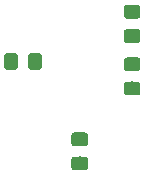
<source format=gbr>
G04 #@! TF.GenerationSoftware,KiCad,Pcbnew,(5.0.0-3-g5ebb6b6)*
G04 #@! TF.CreationDate,2018-12-29T11:49:17+00:00*
G04 #@! TF.ProjectId,BinaryBagelBoard,42696E617279426167656C426F617264,rev?*
G04 #@! TF.SameCoordinates,Original*
G04 #@! TF.FileFunction,Paste,Bot*
G04 #@! TF.FilePolarity,Positive*
%FSLAX46Y46*%
G04 Gerber Fmt 4.6, Leading zero omitted, Abs format (unit mm)*
G04 Created by KiCad (PCBNEW (5.0.0-3-g5ebb6b6)) date Saturday, 29 December 2018 at 11:49:17*
%MOMM*%
%LPD*%
G01*
G04 APERTURE LIST*
%ADD10C,0.100000*%
%ADD11C,1.150000*%
G04 APERTURE END LIST*
D10*
G04 #@! TO.C,C_NR1*
G36*
X124299505Y-57456204D02*
X124323773Y-57459804D01*
X124347572Y-57465765D01*
X124370671Y-57474030D01*
X124392850Y-57484520D01*
X124413893Y-57497132D01*
X124433599Y-57511747D01*
X124451777Y-57528223D01*
X124468253Y-57546401D01*
X124482868Y-57566107D01*
X124495480Y-57587150D01*
X124505970Y-57609329D01*
X124514235Y-57632428D01*
X124520196Y-57656227D01*
X124523796Y-57680495D01*
X124525000Y-57704999D01*
X124525000Y-58355001D01*
X124523796Y-58379505D01*
X124520196Y-58403773D01*
X124514235Y-58427572D01*
X124505970Y-58450671D01*
X124495480Y-58472850D01*
X124482868Y-58493893D01*
X124468253Y-58513599D01*
X124451777Y-58531777D01*
X124433599Y-58548253D01*
X124413893Y-58562868D01*
X124392850Y-58575480D01*
X124370671Y-58585970D01*
X124347572Y-58594235D01*
X124323773Y-58600196D01*
X124299505Y-58603796D01*
X124275001Y-58605000D01*
X123374999Y-58605000D01*
X123350495Y-58603796D01*
X123326227Y-58600196D01*
X123302428Y-58594235D01*
X123279329Y-58585970D01*
X123257150Y-58575480D01*
X123236107Y-58562868D01*
X123216401Y-58548253D01*
X123198223Y-58531777D01*
X123181747Y-58513599D01*
X123167132Y-58493893D01*
X123154520Y-58472850D01*
X123144030Y-58450671D01*
X123135765Y-58427572D01*
X123129804Y-58403773D01*
X123126204Y-58379505D01*
X123125000Y-58355001D01*
X123125000Y-57704999D01*
X123126204Y-57680495D01*
X123129804Y-57656227D01*
X123135765Y-57632428D01*
X123144030Y-57609329D01*
X123154520Y-57587150D01*
X123167132Y-57566107D01*
X123181747Y-57546401D01*
X123198223Y-57528223D01*
X123216401Y-57511747D01*
X123236107Y-57497132D01*
X123257150Y-57484520D01*
X123279329Y-57474030D01*
X123302428Y-57465765D01*
X123326227Y-57459804D01*
X123350495Y-57456204D01*
X123374999Y-57455000D01*
X124275001Y-57455000D01*
X124299505Y-57456204D01*
X124299505Y-57456204D01*
G37*
D11*
X123825000Y-58030000D03*
D10*
G36*
X124299505Y-59506204D02*
X124323773Y-59509804D01*
X124347572Y-59515765D01*
X124370671Y-59524030D01*
X124392850Y-59534520D01*
X124413893Y-59547132D01*
X124433599Y-59561747D01*
X124451777Y-59578223D01*
X124468253Y-59596401D01*
X124482868Y-59616107D01*
X124495480Y-59637150D01*
X124505970Y-59659329D01*
X124514235Y-59682428D01*
X124520196Y-59706227D01*
X124523796Y-59730495D01*
X124525000Y-59754999D01*
X124525000Y-60405001D01*
X124523796Y-60429505D01*
X124520196Y-60453773D01*
X124514235Y-60477572D01*
X124505970Y-60500671D01*
X124495480Y-60522850D01*
X124482868Y-60543893D01*
X124468253Y-60563599D01*
X124451777Y-60581777D01*
X124433599Y-60598253D01*
X124413893Y-60612868D01*
X124392850Y-60625480D01*
X124370671Y-60635970D01*
X124347572Y-60644235D01*
X124323773Y-60650196D01*
X124299505Y-60653796D01*
X124275001Y-60655000D01*
X123374999Y-60655000D01*
X123350495Y-60653796D01*
X123326227Y-60650196D01*
X123302428Y-60644235D01*
X123279329Y-60635970D01*
X123257150Y-60625480D01*
X123236107Y-60612868D01*
X123216401Y-60598253D01*
X123198223Y-60581777D01*
X123181747Y-60563599D01*
X123167132Y-60543893D01*
X123154520Y-60522850D01*
X123144030Y-60500671D01*
X123135765Y-60477572D01*
X123129804Y-60453773D01*
X123126204Y-60429505D01*
X123125000Y-60405001D01*
X123125000Y-59754999D01*
X123126204Y-59730495D01*
X123129804Y-59706227D01*
X123135765Y-59682428D01*
X123144030Y-59659329D01*
X123154520Y-59637150D01*
X123167132Y-59616107D01*
X123181747Y-59596401D01*
X123198223Y-59578223D01*
X123216401Y-59561747D01*
X123236107Y-59547132D01*
X123257150Y-59534520D01*
X123279329Y-59524030D01*
X123302428Y-59515765D01*
X123326227Y-59509804D01*
X123350495Y-59506204D01*
X123374999Y-59505000D01*
X124275001Y-59505000D01*
X124299505Y-59506204D01*
X124299505Y-59506204D01*
G37*
D11*
X123825000Y-60080000D03*
G04 #@! TD*
D10*
G04 #@! TO.C,C_NR2*
G36*
X124299505Y-61901204D02*
X124323773Y-61904804D01*
X124347572Y-61910765D01*
X124370671Y-61919030D01*
X124392850Y-61929520D01*
X124413893Y-61942132D01*
X124433599Y-61956747D01*
X124451777Y-61973223D01*
X124468253Y-61991401D01*
X124482868Y-62011107D01*
X124495480Y-62032150D01*
X124505970Y-62054329D01*
X124514235Y-62077428D01*
X124520196Y-62101227D01*
X124523796Y-62125495D01*
X124525000Y-62149999D01*
X124525000Y-62800001D01*
X124523796Y-62824505D01*
X124520196Y-62848773D01*
X124514235Y-62872572D01*
X124505970Y-62895671D01*
X124495480Y-62917850D01*
X124482868Y-62938893D01*
X124468253Y-62958599D01*
X124451777Y-62976777D01*
X124433599Y-62993253D01*
X124413893Y-63007868D01*
X124392850Y-63020480D01*
X124370671Y-63030970D01*
X124347572Y-63039235D01*
X124323773Y-63045196D01*
X124299505Y-63048796D01*
X124275001Y-63050000D01*
X123374999Y-63050000D01*
X123350495Y-63048796D01*
X123326227Y-63045196D01*
X123302428Y-63039235D01*
X123279329Y-63030970D01*
X123257150Y-63020480D01*
X123236107Y-63007868D01*
X123216401Y-62993253D01*
X123198223Y-62976777D01*
X123181747Y-62958599D01*
X123167132Y-62938893D01*
X123154520Y-62917850D01*
X123144030Y-62895671D01*
X123135765Y-62872572D01*
X123129804Y-62848773D01*
X123126204Y-62824505D01*
X123125000Y-62800001D01*
X123125000Y-62149999D01*
X123126204Y-62125495D01*
X123129804Y-62101227D01*
X123135765Y-62077428D01*
X123144030Y-62054329D01*
X123154520Y-62032150D01*
X123167132Y-62011107D01*
X123181747Y-61991401D01*
X123198223Y-61973223D01*
X123216401Y-61956747D01*
X123236107Y-61942132D01*
X123257150Y-61929520D01*
X123279329Y-61919030D01*
X123302428Y-61910765D01*
X123326227Y-61904804D01*
X123350495Y-61901204D01*
X123374999Y-61900000D01*
X124275001Y-61900000D01*
X124299505Y-61901204D01*
X124299505Y-61901204D01*
G37*
D11*
X123825000Y-62475000D03*
D10*
G36*
X124299505Y-63951204D02*
X124323773Y-63954804D01*
X124347572Y-63960765D01*
X124370671Y-63969030D01*
X124392850Y-63979520D01*
X124413893Y-63992132D01*
X124433599Y-64006747D01*
X124451777Y-64023223D01*
X124468253Y-64041401D01*
X124482868Y-64061107D01*
X124495480Y-64082150D01*
X124505970Y-64104329D01*
X124514235Y-64127428D01*
X124520196Y-64151227D01*
X124523796Y-64175495D01*
X124525000Y-64199999D01*
X124525000Y-64850001D01*
X124523796Y-64874505D01*
X124520196Y-64898773D01*
X124514235Y-64922572D01*
X124505970Y-64945671D01*
X124495480Y-64967850D01*
X124482868Y-64988893D01*
X124468253Y-65008599D01*
X124451777Y-65026777D01*
X124433599Y-65043253D01*
X124413893Y-65057868D01*
X124392850Y-65070480D01*
X124370671Y-65080970D01*
X124347572Y-65089235D01*
X124323773Y-65095196D01*
X124299505Y-65098796D01*
X124275001Y-65100000D01*
X123374999Y-65100000D01*
X123350495Y-65098796D01*
X123326227Y-65095196D01*
X123302428Y-65089235D01*
X123279329Y-65080970D01*
X123257150Y-65070480D01*
X123236107Y-65057868D01*
X123216401Y-65043253D01*
X123198223Y-65026777D01*
X123181747Y-65008599D01*
X123167132Y-64988893D01*
X123154520Y-64967850D01*
X123144030Y-64945671D01*
X123135765Y-64922572D01*
X123129804Y-64898773D01*
X123126204Y-64874505D01*
X123125000Y-64850001D01*
X123125000Y-64199999D01*
X123126204Y-64175495D01*
X123129804Y-64151227D01*
X123135765Y-64127428D01*
X123144030Y-64104329D01*
X123154520Y-64082150D01*
X123167132Y-64061107D01*
X123181747Y-64041401D01*
X123198223Y-64023223D01*
X123216401Y-64006747D01*
X123236107Y-63992132D01*
X123257150Y-63979520D01*
X123279329Y-63969030D01*
X123302428Y-63960765D01*
X123326227Y-63954804D01*
X123350495Y-63951204D01*
X123374999Y-63950000D01*
X124275001Y-63950000D01*
X124299505Y-63951204D01*
X124299505Y-63951204D01*
G37*
D11*
X123825000Y-64525000D03*
G04 #@! TD*
D10*
G04 #@! TO.C,C_PR1*
G36*
X115953905Y-61531204D02*
X115978173Y-61534804D01*
X116001972Y-61540765D01*
X116025071Y-61549030D01*
X116047250Y-61559520D01*
X116068293Y-61572132D01*
X116087999Y-61586747D01*
X116106177Y-61603223D01*
X116122653Y-61621401D01*
X116137268Y-61641107D01*
X116149880Y-61662150D01*
X116160370Y-61684329D01*
X116168635Y-61707428D01*
X116174596Y-61731227D01*
X116178196Y-61755495D01*
X116179400Y-61779999D01*
X116179400Y-62680001D01*
X116178196Y-62704505D01*
X116174596Y-62728773D01*
X116168635Y-62752572D01*
X116160370Y-62775671D01*
X116149880Y-62797850D01*
X116137268Y-62818893D01*
X116122653Y-62838599D01*
X116106177Y-62856777D01*
X116087999Y-62873253D01*
X116068293Y-62887868D01*
X116047250Y-62900480D01*
X116025071Y-62910970D01*
X116001972Y-62919235D01*
X115978173Y-62925196D01*
X115953905Y-62928796D01*
X115929401Y-62930000D01*
X115279399Y-62930000D01*
X115254895Y-62928796D01*
X115230627Y-62925196D01*
X115206828Y-62919235D01*
X115183729Y-62910970D01*
X115161550Y-62900480D01*
X115140507Y-62887868D01*
X115120801Y-62873253D01*
X115102623Y-62856777D01*
X115086147Y-62838599D01*
X115071532Y-62818893D01*
X115058920Y-62797850D01*
X115048430Y-62775671D01*
X115040165Y-62752572D01*
X115034204Y-62728773D01*
X115030604Y-62704505D01*
X115029400Y-62680001D01*
X115029400Y-61779999D01*
X115030604Y-61755495D01*
X115034204Y-61731227D01*
X115040165Y-61707428D01*
X115048430Y-61684329D01*
X115058920Y-61662150D01*
X115071532Y-61641107D01*
X115086147Y-61621401D01*
X115102623Y-61603223D01*
X115120801Y-61586747D01*
X115140507Y-61572132D01*
X115161550Y-61559520D01*
X115183729Y-61549030D01*
X115206828Y-61540765D01*
X115230627Y-61534804D01*
X115254895Y-61531204D01*
X115279399Y-61530000D01*
X115929401Y-61530000D01*
X115953905Y-61531204D01*
X115953905Y-61531204D01*
G37*
D11*
X115604400Y-62230000D03*
D10*
G36*
X113903905Y-61531204D02*
X113928173Y-61534804D01*
X113951972Y-61540765D01*
X113975071Y-61549030D01*
X113997250Y-61559520D01*
X114018293Y-61572132D01*
X114037999Y-61586747D01*
X114056177Y-61603223D01*
X114072653Y-61621401D01*
X114087268Y-61641107D01*
X114099880Y-61662150D01*
X114110370Y-61684329D01*
X114118635Y-61707428D01*
X114124596Y-61731227D01*
X114128196Y-61755495D01*
X114129400Y-61779999D01*
X114129400Y-62680001D01*
X114128196Y-62704505D01*
X114124596Y-62728773D01*
X114118635Y-62752572D01*
X114110370Y-62775671D01*
X114099880Y-62797850D01*
X114087268Y-62818893D01*
X114072653Y-62838599D01*
X114056177Y-62856777D01*
X114037999Y-62873253D01*
X114018293Y-62887868D01*
X113997250Y-62900480D01*
X113975071Y-62910970D01*
X113951972Y-62919235D01*
X113928173Y-62925196D01*
X113903905Y-62928796D01*
X113879401Y-62930000D01*
X113229399Y-62930000D01*
X113204895Y-62928796D01*
X113180627Y-62925196D01*
X113156828Y-62919235D01*
X113133729Y-62910970D01*
X113111550Y-62900480D01*
X113090507Y-62887868D01*
X113070801Y-62873253D01*
X113052623Y-62856777D01*
X113036147Y-62838599D01*
X113021532Y-62818893D01*
X113008920Y-62797850D01*
X112998430Y-62775671D01*
X112990165Y-62752572D01*
X112984204Y-62728773D01*
X112980604Y-62704505D01*
X112979400Y-62680001D01*
X112979400Y-61779999D01*
X112980604Y-61755495D01*
X112984204Y-61731227D01*
X112990165Y-61707428D01*
X112998430Y-61684329D01*
X113008920Y-61662150D01*
X113021532Y-61641107D01*
X113036147Y-61621401D01*
X113052623Y-61603223D01*
X113070801Y-61586747D01*
X113090507Y-61572132D01*
X113111550Y-61559520D01*
X113133729Y-61549030D01*
X113156828Y-61540765D01*
X113180627Y-61534804D01*
X113204895Y-61531204D01*
X113229399Y-61530000D01*
X113879401Y-61530000D01*
X113903905Y-61531204D01*
X113903905Y-61531204D01*
G37*
D11*
X113554400Y-62230000D03*
G04 #@! TD*
D10*
G04 #@! TO.C,C_PR2*
G36*
X119854505Y-70301204D02*
X119878773Y-70304804D01*
X119902572Y-70310765D01*
X119925671Y-70319030D01*
X119947850Y-70329520D01*
X119968893Y-70342132D01*
X119988599Y-70356747D01*
X120006777Y-70373223D01*
X120023253Y-70391401D01*
X120037868Y-70411107D01*
X120050480Y-70432150D01*
X120060970Y-70454329D01*
X120069235Y-70477428D01*
X120075196Y-70501227D01*
X120078796Y-70525495D01*
X120080000Y-70549999D01*
X120080000Y-71200001D01*
X120078796Y-71224505D01*
X120075196Y-71248773D01*
X120069235Y-71272572D01*
X120060970Y-71295671D01*
X120050480Y-71317850D01*
X120037868Y-71338893D01*
X120023253Y-71358599D01*
X120006777Y-71376777D01*
X119988599Y-71393253D01*
X119968893Y-71407868D01*
X119947850Y-71420480D01*
X119925671Y-71430970D01*
X119902572Y-71439235D01*
X119878773Y-71445196D01*
X119854505Y-71448796D01*
X119830001Y-71450000D01*
X118929999Y-71450000D01*
X118905495Y-71448796D01*
X118881227Y-71445196D01*
X118857428Y-71439235D01*
X118834329Y-71430970D01*
X118812150Y-71420480D01*
X118791107Y-71407868D01*
X118771401Y-71393253D01*
X118753223Y-71376777D01*
X118736747Y-71358599D01*
X118722132Y-71338893D01*
X118709520Y-71317850D01*
X118699030Y-71295671D01*
X118690765Y-71272572D01*
X118684804Y-71248773D01*
X118681204Y-71224505D01*
X118680000Y-71200001D01*
X118680000Y-70549999D01*
X118681204Y-70525495D01*
X118684804Y-70501227D01*
X118690765Y-70477428D01*
X118699030Y-70454329D01*
X118709520Y-70432150D01*
X118722132Y-70411107D01*
X118736747Y-70391401D01*
X118753223Y-70373223D01*
X118771401Y-70356747D01*
X118791107Y-70342132D01*
X118812150Y-70329520D01*
X118834329Y-70319030D01*
X118857428Y-70310765D01*
X118881227Y-70304804D01*
X118905495Y-70301204D01*
X118929999Y-70300000D01*
X119830001Y-70300000D01*
X119854505Y-70301204D01*
X119854505Y-70301204D01*
G37*
D11*
X119380000Y-70875000D03*
D10*
G36*
X119854505Y-68251204D02*
X119878773Y-68254804D01*
X119902572Y-68260765D01*
X119925671Y-68269030D01*
X119947850Y-68279520D01*
X119968893Y-68292132D01*
X119988599Y-68306747D01*
X120006777Y-68323223D01*
X120023253Y-68341401D01*
X120037868Y-68361107D01*
X120050480Y-68382150D01*
X120060970Y-68404329D01*
X120069235Y-68427428D01*
X120075196Y-68451227D01*
X120078796Y-68475495D01*
X120080000Y-68499999D01*
X120080000Y-69150001D01*
X120078796Y-69174505D01*
X120075196Y-69198773D01*
X120069235Y-69222572D01*
X120060970Y-69245671D01*
X120050480Y-69267850D01*
X120037868Y-69288893D01*
X120023253Y-69308599D01*
X120006777Y-69326777D01*
X119988599Y-69343253D01*
X119968893Y-69357868D01*
X119947850Y-69370480D01*
X119925671Y-69380970D01*
X119902572Y-69389235D01*
X119878773Y-69395196D01*
X119854505Y-69398796D01*
X119830001Y-69400000D01*
X118929999Y-69400000D01*
X118905495Y-69398796D01*
X118881227Y-69395196D01*
X118857428Y-69389235D01*
X118834329Y-69380970D01*
X118812150Y-69370480D01*
X118791107Y-69357868D01*
X118771401Y-69343253D01*
X118753223Y-69326777D01*
X118736747Y-69308599D01*
X118722132Y-69288893D01*
X118709520Y-69267850D01*
X118699030Y-69245671D01*
X118690765Y-69222572D01*
X118684804Y-69198773D01*
X118681204Y-69174505D01*
X118680000Y-69150001D01*
X118680000Y-68499999D01*
X118681204Y-68475495D01*
X118684804Y-68451227D01*
X118690765Y-68427428D01*
X118699030Y-68404329D01*
X118709520Y-68382150D01*
X118722132Y-68361107D01*
X118736747Y-68341401D01*
X118753223Y-68323223D01*
X118771401Y-68306747D01*
X118791107Y-68292132D01*
X118812150Y-68279520D01*
X118834329Y-68269030D01*
X118857428Y-68260765D01*
X118881227Y-68254804D01*
X118905495Y-68251204D01*
X118929999Y-68250000D01*
X119830001Y-68250000D01*
X119854505Y-68251204D01*
X119854505Y-68251204D01*
G37*
D11*
X119380000Y-68825000D03*
G04 #@! TD*
M02*

</source>
